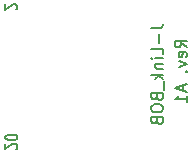
<source format=gbr>
%TF.GenerationSoftware,KiCad,Pcbnew,6.0.11+dfsg-1~bpo11+1*%
%TF.CreationDate,2023-04-27T18:18:44-07:00*%
%TF.ProjectId,J-link_BOB,4a2d6c69-6e6b-45f4-924f-422e6b696361,A1*%
%TF.SameCoordinates,PX7b64228PY605e690*%
%TF.FileFunction,Legend,Bot*%
%TF.FilePolarity,Positive*%
%FSLAX46Y46*%
G04 Gerber Fmt 4.6, Leading zero omitted, Abs format (unit mm)*
G04 Created by KiCad (PCBNEW 6.0.11+dfsg-1~bpo11+1) date 2023-04-27 18:18:44*
%MOMM*%
%LPD*%
G01*
G04 APERTURE LIST*
%ADD10C,0.150000*%
G04 APERTURE END LIST*
D10*
X4516380Y-14579523D02*
X4564000Y-14541428D01*
X4611619Y-14465238D01*
X4611619Y-14274761D01*
X4564000Y-14198571D01*
X4516380Y-14160476D01*
X4421142Y-14122380D01*
X4325904Y-14122380D01*
X4183047Y-14160476D01*
X3611619Y-14617619D01*
X3611619Y-14122380D01*
X4611619Y-13627142D02*
X4611619Y-13550952D01*
X4564000Y-13474761D01*
X4516380Y-13436666D01*
X4421142Y-13398571D01*
X4230666Y-13360476D01*
X3992571Y-13360476D01*
X3802095Y-13398571D01*
X3706857Y-13436666D01*
X3659238Y-13474761D01*
X3611619Y-13550952D01*
X3611619Y-13627142D01*
X3659238Y-13703333D01*
X3706857Y-13741428D01*
X3802095Y-13779523D01*
X3992571Y-13817619D01*
X4230666Y-13817619D01*
X4421142Y-13779523D01*
X4516380Y-13741428D01*
X4564000Y-13703333D01*
X4611619Y-13627142D01*
X4516380Y-2768571D02*
X4564000Y-2730476D01*
X4611619Y-2654285D01*
X4611619Y-2463809D01*
X4564000Y-2387619D01*
X4516380Y-2349523D01*
X4421142Y-2311428D01*
X4325904Y-2311428D01*
X4183047Y-2349523D01*
X3611619Y-2806666D01*
X3611619Y-2311428D01*
X15952380Y-4374047D02*
X16666666Y-4374047D01*
X16809523Y-4326428D01*
X16904761Y-4231190D01*
X16952380Y-4088333D01*
X16952380Y-3993095D01*
X16571428Y-4850238D02*
X16571428Y-5612142D01*
X16952380Y-6564523D02*
X16952380Y-6088333D01*
X15952380Y-6088333D01*
X16952380Y-6897857D02*
X16285714Y-6897857D01*
X15952380Y-6897857D02*
X16000000Y-6850238D01*
X16047619Y-6897857D01*
X16000000Y-6945476D01*
X15952380Y-6897857D01*
X16047619Y-6897857D01*
X16285714Y-7374047D02*
X16952380Y-7374047D01*
X16380952Y-7374047D02*
X16333333Y-7421666D01*
X16285714Y-7516904D01*
X16285714Y-7659761D01*
X16333333Y-7755000D01*
X16428571Y-7802619D01*
X16952380Y-7802619D01*
X16952380Y-8278809D02*
X15952380Y-8278809D01*
X16571428Y-8374047D02*
X16952380Y-8659761D01*
X16285714Y-8659761D02*
X16666666Y-8278809D01*
X17047619Y-8850238D02*
X17047619Y-9612142D01*
X16428571Y-10183571D02*
X16476190Y-10326428D01*
X16523809Y-10374047D01*
X16619047Y-10421666D01*
X16761904Y-10421666D01*
X16857142Y-10374047D01*
X16904761Y-10326428D01*
X16952380Y-10231190D01*
X16952380Y-9850238D01*
X15952380Y-9850238D01*
X15952380Y-10183571D01*
X16000000Y-10278809D01*
X16047619Y-10326428D01*
X16142857Y-10374047D01*
X16238095Y-10374047D01*
X16333333Y-10326428D01*
X16380952Y-10278809D01*
X16428571Y-10183571D01*
X16428571Y-9850238D01*
X15952380Y-11040714D02*
X15952380Y-11231190D01*
X16000000Y-11326428D01*
X16095238Y-11421666D01*
X16285714Y-11469285D01*
X16619047Y-11469285D01*
X16809523Y-11421666D01*
X16904761Y-11326428D01*
X16952380Y-11231190D01*
X16952380Y-11040714D01*
X16904761Y-10945476D01*
X16809523Y-10850238D01*
X16619047Y-10802619D01*
X16285714Y-10802619D01*
X16095238Y-10850238D01*
X16000000Y-10945476D01*
X15952380Y-11040714D01*
X16428571Y-12231190D02*
X16476190Y-12374047D01*
X16523809Y-12421666D01*
X16619047Y-12469285D01*
X16761904Y-12469285D01*
X16857142Y-12421666D01*
X16904761Y-12374047D01*
X16952380Y-12278809D01*
X16952380Y-11897857D01*
X15952380Y-11897857D01*
X15952380Y-12231190D01*
X16000000Y-12326428D01*
X16047619Y-12374047D01*
X16142857Y-12421666D01*
X16238095Y-12421666D01*
X16333333Y-12374047D01*
X16380952Y-12326428D01*
X16428571Y-12231190D01*
X16428571Y-11897857D01*
X18952380Y-5976190D02*
X18476190Y-5642857D01*
X18952380Y-5404761D02*
X17952380Y-5404761D01*
X17952380Y-5785714D01*
X18000000Y-5880952D01*
X18047619Y-5928571D01*
X18142857Y-5976190D01*
X18285714Y-5976190D01*
X18380952Y-5928571D01*
X18428571Y-5880952D01*
X18476190Y-5785714D01*
X18476190Y-5404761D01*
X18904761Y-6785714D02*
X18952380Y-6690476D01*
X18952380Y-6500000D01*
X18904761Y-6404761D01*
X18809523Y-6357142D01*
X18428571Y-6357142D01*
X18333333Y-6404761D01*
X18285714Y-6500000D01*
X18285714Y-6690476D01*
X18333333Y-6785714D01*
X18428571Y-6833333D01*
X18523809Y-6833333D01*
X18619047Y-6357142D01*
X18285714Y-7166666D02*
X18952380Y-7404761D01*
X18285714Y-7642857D01*
X18857142Y-8023809D02*
X18904761Y-8071428D01*
X18952380Y-8023809D01*
X18904761Y-7976190D01*
X18857142Y-8023809D01*
X18952380Y-8023809D01*
X18666666Y-9214285D02*
X18666666Y-9690476D01*
X18952380Y-9119047D02*
X17952380Y-9452380D01*
X18952380Y-9785714D01*
X18952380Y-10642857D02*
X18952380Y-10071428D01*
X18952380Y-10357142D02*
X17952380Y-10357142D01*
X18095238Y-10261904D01*
X18190476Y-10166666D01*
X18238095Y-10071428D01*
M02*

</source>
